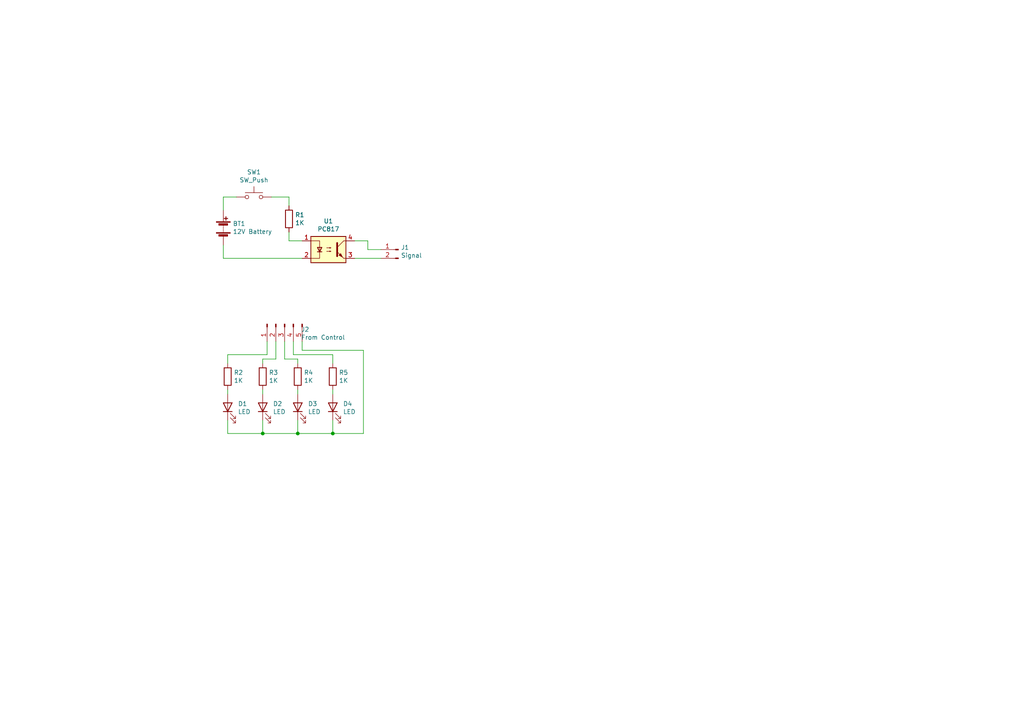
<source format=kicad_sch>
(kicad_sch (version 20211123) (generator eeschema)
  (paper "A4")
  (title_block (title "Control Tester") (date "2020-08-31") (rev "1"))
  (lib_symbols
    (symbol "Connector:Conn_01x02_Male" (pin_names (offset 1.016) hide)
      (property "Reference" "J" (at 0 2.54 0))
      (property "Value" "Conn_01x02_Male" (at 0 -5.08 0))
      (symbol "Conn_01x02_Male_1_1"
        (polyline (pts (xy 1.27 -2.54) (xy 0.8636 -2.54)) (stroke (width 0.1524)))
        (polyline (pts (xy 1.27 0) (xy 0.8636 0)) (stroke (width 0.1524)))
        (rectangle (start 0.8636 -2.413) (end 0 -2.667) (stroke (width 0.1524)) (fill (type outline)))
        (rectangle (start 0.8636 0.127) (end 0 -0.127) (stroke (width 0.1524)) (fill (type outline)))
        (pin passive line (at 5.08 0 180) (length 3.81) (name "Pin_1") (number "1"))
        (pin passive line (at 5.08 -2.54 180) (length 3.81) (name "Pin_2") (number "2"))
      )
    )
    (symbol "Connector:Conn_01x05_Male" (pin_names (offset 1.016) hide)
      (property "Reference" "J" (at 0 7.62 0))
      (property "Value" "Conn_01x05_Male" (at 0 -7.62 0))
      (symbol "Conn_01x05_Male_1_1"
        (polyline (pts (xy 1.27 -5.08) (xy 0.8636 -5.08)) (stroke (width 0.1524)))
        (polyline (pts (xy 1.27 -2.54) (xy 0.8636 -2.54)) (stroke (width 0.1524)))
        (polyline (pts (xy 1.27 0) (xy 0.8636 0)) (stroke (width 0.1524)))
        (polyline (pts (xy 1.27 2.54) (xy 0.8636 2.54)) (stroke (width 0.1524)))
        (polyline (pts (xy 1.27 5.08) (xy 0.8636 5.08)) (stroke (width 0.1524)))
        (rectangle (start 0.8636 -4.953) (end 0 -5.207) (stroke (width 0.1524)) (fill (type outline)))
        (rectangle (start 0.8636 -2.413) (end 0 -2.667) (stroke (width 0.1524)) (fill (type outline)))
        (rectangle (start 0.8636 0.127) (end 0 -0.127) (stroke (width 0.1524)) (fill (type outline)))
        (rectangle (start 0.8636 2.667) (end 0 2.413) (stroke (width 0.1524)) (fill (type outline)))
        (rectangle (start 0.8636 5.207) (end 0 4.953) (stroke (width 0.1524)) (fill (type outline)))
        (pin passive line (at 5.08 5.08 180) (length 3.81) (name "Pin_1") (number "1"))
        (pin passive line (at 5.08 2.54 180) (length 3.81) (name "Pin_2") (number "2"))
        (pin passive line (at 5.08 0 180) (length 3.81) (name "Pin_3") (number "3"))
        (pin passive line (at 5.08 -2.54 180) (length 3.81) (name "Pin_4") (number "4"))
        (pin passive line (at 5.08 -5.08 180) (length 3.81) (name "Pin_5") (number "5"))
      )
    )
    (symbol "Device:Battery" (pin_numbers hide) (pin_names (offset 0) hide)
      (property "Reference" "BT" (at 2.54 2.54 0))
      (property "Value" "Battery" (at 2.54 0 0))
      (symbol "Battery_0_1"
        (rectangle (start -2.032 -1.397) (end 2.032 -1.651) (fill (type outline)))
        (rectangle (start -2.032 1.778) (end 2.032 1.524) (fill (type outline)))
        (rectangle (start -1.3208 -1.9812) (end 1.27 -2.4892) (fill (type outline)))
        (rectangle (start -1.3208 1.1938) (end 1.27 0.6858) (fill (type outline)))
        (polyline (pts (xy 0 -1.524) (xy 0 -1.27)))
        (polyline (pts (xy 0 -1.016) (xy 0 -0.762)))
        (polyline (pts (xy 0 -0.508) (xy 0 -0.254)))
        (polyline (pts (xy 0 0) (xy 0 0.254)))
        (polyline (pts (xy 0 0.508) (xy 0 0.762)))
        (polyline (pts (xy 0 1.778) (xy 0 2.54)))
        (polyline (pts (xy 0.254 2.667) (xy 1.27 2.667)) (stroke (width 0.254)))
        (polyline (pts (xy 0.762 3.175) (xy 0.762 2.159)) (stroke (width 0.254)))
      )
      (symbol "Battery_1_1"
        (pin passive line (at 0 5.08 270) (length 2.54) (name "+") (number "1"))
        (pin passive line (at 0 -5.08 90) (length 2.54) (name "-") (number "2"))
      )
    )
    (symbol "Device:LED" (pin_numbers hide) (pin_names (offset 1.016) hide)
      (property "Reference" "D" (at 0 2.54 0))
      (property "Value" "LED" (at 0 -2.54 0))
      (symbol "LED_0_1"
        (polyline (pts (xy -1.27 -1.27) (xy -1.27 1.27)) (stroke (width 0.254)))
        (polyline (pts (xy -1.27 0) (xy 1.27 0)))
        (polyline (pts (xy 1.27 -1.27) (xy 1.27 1.27) (xy -1.27 0) (xy 1.27 -1.27)) (stroke (width 0.254)))
        (polyline (pts (xy -3.048 -0.762) (xy -4.572 -2.286) (xy -3.81 -2.286) (xy -4.572 -2.286) (xy -4.572 -1.524)))
        (polyline (pts (xy -1.778 -0.762) (xy -3.302 -2.286) (xy -2.54 -2.286) (xy -3.302 -2.286) (xy -3.302 -1.524)))
      )
      (symbol "LED_1_1"
        (pin passive line (at -3.81 0 0) (length 2.54) (name "K") (number "1"))
        (pin passive line (at 3.81 0 180) (length 2.54) (name "A") (number "2"))
      )
    )
    (symbol "Device:R" (pin_numbers hide) (pin_names (offset 0))
      (property "Reference" "R" (at 2.032 0 90))
      (property "Value" "R" (at 0 0 90))
      (symbol "R_0_1"
        (rectangle (start -1.016 -2.54) (end 1.016 2.54) (stroke (width 0.254)))
      )
      (symbol "R_1_1"
        (pin passive line (at 0 3.81 270) (length 1.27) (name "~") (number "1"))
        (pin passive line (at 0 -3.81 90) (length 1.27) (name "~") (number "2"))
      )
    )
    (symbol "Isolator:PC817" (pin_names (offset 1.016))
      (property "Reference" "U" (at -5.08 5.08 0))
      (property "Value" "PC817" (at 0 5.08 0))
      (symbol "PC817_0_1"
        (rectangle (start -5.08 3.81) (end 5.08 -3.81) (stroke (width 0.254)) (fill (type background)))
        (polyline (pts (xy -3.175 -0.635) (xy -1.905 -0.635)) (stroke (width 0.254)))
        (polyline (pts (xy 2.54 0.635) (xy 4.445 2.54)))
        (polyline (pts (xy 4.445 -2.54) (xy 2.54 -0.635)) (fill (type outline)))
        (polyline (pts (xy 4.445 -2.54) (xy 5.08 -2.54)))
        (polyline (pts (xy 4.445 2.54) (xy 5.08 2.54)))
        (polyline (pts (xy -5.08 2.54) (xy -2.54 2.54) (xy -2.54 -0.635)))
        (polyline (pts (xy -2.54 -0.635) (xy -2.54 -2.54) (xy -5.08 -2.54)))
        (polyline (pts (xy 2.54 1.905) (xy 2.54 -1.905) (xy 2.54 -1.905)) (stroke (width 0.508)))
        (polyline (pts (xy -2.54 -0.635) (xy -3.175 0.635) (xy -1.905 0.635) (xy -2.54 -0.635)) (stroke (width 0.254)))
        (polyline (pts (xy -0.508 -0.508) (xy 0.762 -0.508) (xy 0.381 -0.635) (xy 0.381 -0.381) (xy 0.762 -0.508)))
        (polyline (pts (xy -0.508 0.508) (xy 0.762 0.508) (xy 0.381 0.381) (xy 0.381 0.635) (xy 0.762 0.508)))
        (polyline (pts (xy 3.048 -1.651) (xy 3.556 -1.143) (xy 4.064 -2.159) (xy 3.048 -1.651) (xy 3.048 -1.651)) (fill (type outline)))
      )
      (symbol "PC817_1_1"
        (pin passive line (at -7.62 2.54 0) (length 2.54) (name "~") (number "1"))
        (pin passive line (at -7.62 -2.54 0) (length 2.54) (name "~") (number "2"))
        (pin passive line (at 7.62 -2.54 180) (length 2.54) (name "~") (number "3"))
        (pin passive line (at 7.62 2.54 180) (length 2.54) (name "~") (number "4"))
      )
    )
    (symbol "Switch:SW_Push" (pin_numbers hide) (pin_names (offset 1.016) hide)
      (property "Reference" "SW" (at 1.27 2.54 0))
      (property "Value" "SW_Push" (at 0 -1.524 0))
      (symbol "SW_Push_0_1"
        (circle (center -2.032 0) (radius 0.508))
        (polyline (pts (xy 0 1.27) (xy 0 3.048)))
        (polyline (pts (xy 2.54 1.27) (xy -2.54 1.27)))
        (circle (center 2.032 0) (radius 0.508))
        (pin passive line (at -5.08 0 0) (length 2.54) (name "1") (number "1"))
        (pin passive line (at 5.08 0 180) (length 2.54) (name "2") (number "2"))
      )
    )
  )
  (junction (at 86.36 125.73))
  (junction (at 76.2 125.73))
  (junction (at 96.52 125.73))
  (wire (pts (xy 110.49 74.93) (xy 102.87 74.93)))
  (wire (pts (xy 80.01 99.06) (xy 80.01 104.14)))
  (wire (pts (xy 96.52 105.41) (xy 96.52 102.87)))
  (wire (pts (xy 64.77 57.15) (xy 68.58 57.15)))
  (wire (pts (xy 77.47 99.06) (xy 77.47 102.87)))
  (wire (pts (xy 105.41 125.73) (xy 96.52 125.73)))
  (wire (pts (xy 105.41 101.6) (xy 105.41 125.73)))
  (wire (pts (xy 76.2 113.03) (xy 76.2 114.3)))
  (wire (pts (xy 80.01 104.14) (xy 76.2 104.14)))
  (wire (pts (xy 87.63 101.6) (xy 105.41 101.6)))
  (wire (pts (xy 64.77 74.93) (xy 87.63 74.93)))
  (wire (pts (xy 82.55 99.06) (xy 82.55 104.14)))
  (wire (pts (xy 83.82 69.85) (xy 87.63 69.85)))
  (wire (pts (xy 86.36 125.73) (xy 96.52 125.73)))
  (wire (pts (xy 86.36 113.03) (xy 86.36 114.3)))
  (wire (pts (xy 83.82 67.31) (xy 83.82 69.85)))
  (wire (pts (xy 82.55 104.14) (xy 86.36 104.14)))
  (wire (pts (xy 110.49 72.39) (xy 106.68 72.39)))
  (wire (pts (xy 86.36 105.41) (xy 86.36 104.14)))
  (wire (pts (xy 76.2 125.73) (xy 76.2 121.92)))
  (wire (pts (xy 96.52 125.73) (xy 96.52 121.92)))
  (wire (pts (xy 85.09 99.06) (xy 85.09 102.87)))
  (wire (pts (xy 96.52 113.03) (xy 96.52 114.3)))
  (wire (pts (xy 77.47 102.87) (xy 66.04 102.87)))
  (wire (pts (xy 76.2 105.41) (xy 76.2 104.14)))
  (wire (pts (xy 66.04 113.03) (xy 66.04 114.3)))
  (wire (pts (xy 78.74 57.15) (xy 83.82 57.15)))
  (wire (pts (xy 87.63 99.06) (xy 87.63 101.6)))
  (wire (pts (xy 106.68 69.85) (xy 102.87 69.85)))
  (wire (pts (xy 76.2 125.73) (xy 86.36 125.73)))
  (wire (pts (xy 106.68 72.39) (xy 106.68 69.85)))
  (wire (pts (xy 66.04 121.92) (xy 66.04 125.73)))
  (wire (pts (xy 83.82 57.15) (xy 83.82 59.69)))
  (wire (pts (xy 85.09 102.87) (xy 96.52 102.87)))
  (wire (pts (xy 64.77 71.12) (xy 64.77 74.93)))
  (wire (pts (xy 64.77 60.96) (xy 64.77 57.15)))
  (wire (pts (xy 66.04 105.41) (xy 66.04 102.87)))
  (wire (pts (xy 86.36 125.73) (xy 86.36 121.92)))
  (wire (pts (xy 66.04 125.73) (xy 76.2 125.73)))
  (symbol (lib_id "Device:R") (at 83.82 63.5 0) (unit 1)
    (property "Reference" "R1" (at 85.598 62.3316 0) (effects (justify left)))
    (property "Value" "1K" (at 85.598 64.643 0) (effects (justify left)))
    (property "Footprint" "Resistor_THT:R_Axial_DIN0207_L6.3mm_D2.5mm_P7.62mm_Horizontal" (effects hide))
  )
  (symbol (lib_id "Connector:Conn_01x02_Male") (at 115.57 72.39 0) (mirror y) (unit 1)
    (property "Reference" "J1" (at 116.2812 71.7804 0) (effects (justify right)))
    (property "Value" "Signal" (at 116.2812 74.0918 0) (effects (justify right)))
    (property "Footprint" "Connector_PinHeader_2.54mm:PinHeader_1x02_P2.54mm_Vertical" (effects hide))
  )
  (symbol (lib_id "Device:LED") (at 66.04 118.11 90) (unit 1)
    (property "Reference" "D1" (at 69.0118 117.1194 90) (effects (justify right)))
    (property "Value" "LED" (at 69.0118 119.4308 90) (effects (justify right)))
    (property "Footprint" "LED_THT:LED_D3.0mm_FlatTop" (effects hide))
  )
  (symbol (lib_id "Device:LED") (at 76.2 118.11 90) (unit 1)
    (property "Reference" "D2" (at 79.1718 117.1194 90) (effects (justify right)))
    (property "Value" "LED" (at 79.1718 119.4308 90) (effects (justify right)))
    (property "Footprint" "LED_THT:LED_D3.0mm_FlatTop" (effects hide))
  )
  (symbol (lib_id "Connector:Conn_01x05_Male") (at 82.55 93.98 90) (mirror x) (unit 1)
    (property "Reference" "J2" (at 87.3252 95.5548 90) (effects (justify right)))
    (property "Value" "From Control" (at 87.3252 97.8662 90) (effects (justify right)))
    (property "Footprint" "Connector_PinHeader_2.54mm:PinHeader_1x05_P2.54mm_Vertical" (effects hide))
  )
  (symbol (lib_id "Isolator:PC817") (at 95.25 72.39 0) (unit 1)
    (property "Reference" "U1" (at 95.25 64.135 0))
    (property "Value" "PC817" (at 95.25 66.4464 0))
    (property "Footprint" "Package_DIP:DIP-4_W7.62mm" (effects hide))
    (property "Datasheet" "http://www.soselectronic.cz/a_info/resource/d/pc817.pdf" (effects hide))
  )
  (symbol (lib_id "Device:Battery") (at 64.77 66.04 0) (unit 1)
    (property "Reference" "BT1" (at 67.5132 64.8716 0) (effects (justify left)))
    (property "Value" "12V Battery" (at 67.5132 67.183 0) (effects (justify left)))
    (property "Footprint" "Connector_PinHeader_2.54mm:PinHeader_1x02_P2.54mm_Vertical" (effects hide))
  )
  (symbol (lib_id "Switch:SW_Push") (at 73.66 57.15 0) (unit 1)
    (property "Reference" "SW1" (at 73.66 49.911 0))
    (property "Value" "SW_Push" (at 73.66 52.2224 0))
    (property "Footprint" "Connector_PinHeader_2.54mm:PinHeader_1x02_P2.54mm_Vertical" (effects hide))
  )
  (symbol (lib_id "Device:LED") (at 86.36 118.11 90) (unit 1)
    (property "Reference" "D3" (at 89.3318 117.1194 90) (effects (justify right)))
    (property "Value" "LED" (at 89.3318 119.4308 90) (effects (justify right)))
    (property "Footprint" "LED_THT:LED_D3.0mm_FlatTop" (effects hide))
  )
  (symbol (lib_id "Device:LED") (at 96.52 118.11 90) (unit 1)
    (property "Reference" "D4" (at 99.4918 117.1194 90) (effects (justify right)))
    (property "Value" "LED" (at 99.4918 119.4308 90) (effects (justify right)))
    (property "Footprint" "LED_THT:LED_D3.0mm_FlatTop" (effects hide))
  )
  (symbol (lib_id "Device:R") (at 66.04 109.22 0) (unit 1)
    (property "Reference" "R2" (at 67.818 108.0516 0) (effects (justify left)))
    (property "Value" "1K" (at 67.818 110.363 0) (effects (justify left)))
    (property "Footprint" "Resistor_THT:R_Axial_DIN0207_L6.3mm_D2.5mm_P7.62mm_Horizontal" (effects hide))
  )
  (symbol (lib_id "Device:R") (at 76.2 109.22 0) (unit 1)
    (property "Reference" "R3" (at 77.978 108.0516 0) (effects (justify left)))
    (property "Value" "1K" (at 77.978 110.363 0) (effects (justify left)))
    (property "Footprint" "Resistor_THT:R_Axial_DIN0207_L6.3mm_D2.5mm_P7.62mm_Horizontal" (effects hide))
  )
  (symbol (lib_id "Device:R") (at 86.36 109.22 0) (unit 1)
    (property "Reference" "R4" (at 88.138 108.0516 0) (effects (justify left)))
    (property "Value" "1K" (at 88.138 110.363 0) (effects (justify left)))
    (property "Footprint" "Resistor_THT:R_Axial_DIN0207_L6.3mm_D2.5mm_P7.62mm_Horizontal" (effects hide))
  )
  (symbol (lib_id "Device:R") (at 96.52 109.22 0) (unit 1)
    (property "Reference" "R5" (at 98.298 108.0516 0) (effects (justify left)))
    (property "Value" "1K" (at 98.298 110.363 0) (effects (justify left)))
    (property "Footprint" "Resistor_THT:R_Axial_DIN0207_L6.3mm_D2.5mm_P7.62mm_Horizontal" (effects hide))
  )
)
</source>
